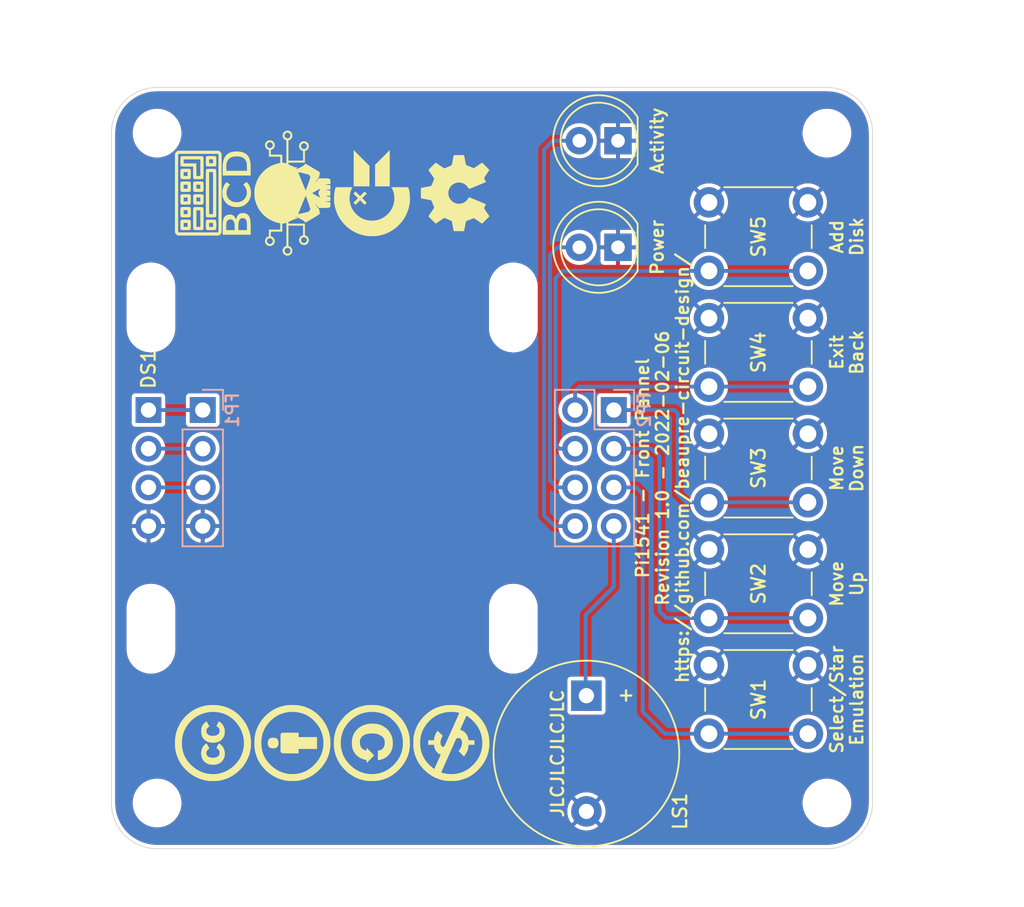
<source format=kicad_pcb>
(kicad_pcb (version 20211014) (generator pcbnew)
  (title_block (title "Pi1541 - Front Pannel") (date "2022-02-06") (rev "1.0"))
  (layers (0 "F.Cu" mixed) (31 "B.Cu" mixed) (34 "B.Paste" user) (35 "F.Paste" user) (36 "B.SilkS" user "B.Silkscreen") (37 "F.SilkS" user "F.Silkscreen") (38 "B.Mask" user) (39 "F.Mask" user) (44 "Edge.Cuts" user))
  (net 0 "")
  (net 1 "GND")
  (net 2 "+3V3")
  (net 3 "/33-SPEAKER")
  (net 4 "/7-SW4")
  (net 5 "/13-SW1")
  (net 6 "/15-SW2")
  (net 7 "/16-SW3")
  (net 8 "/27-DS-SDA")
  (net 9 "/28-DS-SCL")
  (net 10 "/29-SW5")
  (net 11 "/ACT_LED")
  (net 12 "/PWR_LED")
  (footprint "Display_I2C_OLED:128x64 I2C OLED Display" (layer "F.Cu") (at 141.5 80 90)
    (fp_text reference "DS1" (at 6.5 -12.065 90 unlocked) (layer "F.SilkS") (effects (font (size 0.889 0.889))))
    (fp_text value "128x64_I2C_OLED_Display" hide)
    (pad "" np_thru_hole oval (at -10.55 -11.9 90) (size 5.4 2.7) (drill oval 5.4 2.7) (layers F&B.Cu *.Mask))
    (pad "" np_thru_hole oval (at 10.55 11.9 90) (size 5.4 2.7) (drill oval 5.4 2.7) (layers F&B.Cu *.Mask))
    (pad "" np_thru_hole oval (at -10.55 11.9 90) (size 5.4 2.7) (drill oval 5.4 2.7) (layers F&B.Cu *.Mask))
    (pad "" np_thru_hole oval (at 10.55 -11.9 90) (size 5.4 2.7) (drill oval 5.4 2.7) (layers F&B.Cu *.Mask))
    (pad "1" thru_hole rect (at 3.81 -12.065) (size 1.7 1.7) (drill 1) (layers *.Cu *.Mask) (net 8 "/27-DS-SDA"))
    (pad "2" thru_hole oval (at 1.27 -12.065) (size 1.7 1.7) (drill 1) (layers *.Cu *.Mask) (net 9 "/28-DS-SCL"))
    (pad "3" thru_hole oval (at -1.27 -12.065) (size 1.7 1.7) (drill 1) (layers *.Cu *.Mask) (net 2 "+3V3"))
    (pad "4" thru_hole oval (at -3.81 -12.065) (size 1.7 1.7) (drill 1) (layers *.Cu *.Mask) (net 1 "GND"))
  )
  (footprint "Button_Switch_THT:SW_PUSH_6mm" (layer "F.Cu") (at 172.75 74.65 180)
    (fp_text reference "SW4" (at 3.25 2.25 90) (layer "F.SilkS") (effects (font (size 0.889 0.889))))
    (fp_text value "SW_Push")
    (pad "1" thru_hole circle (at 6.5 0 270) (size 2 2) (drill 1.1) (layers *.Cu *.Mask) (net 4 "/7-SW4"))
    (pad "1" thru_hole circle (at 0 0 270) (size 2 2) (drill 1.1) (layers *.Cu *.Mask) (net 4 "/7-SW4"))
    (pad "2" thru_hole circle (at 0 4.5 270) (size 2 2) (drill 1.1) (layers *.Cu *.Mask) (net 1 "GND"))
    (pad "2" thru_hole circle (at 6.5 4.5 270) (size 2 2) (drill 1.1) (layers *.Cu *.Mask) (net 1 "GND"))
  )
  (footprint "Buzzer_Beeper:Buzzer_12x9.5RM7.6" (layer "F.Cu") (at 158.2 94.95 -90)
    (fp_text reference "LS1" (at 7.6 -6.149064 -90) (layer "F.SilkS") (effects (font (size 0.889 0.889))))
    (fp_text value "YHE12-03" hide)
    (fp_text user "+" (at -0.01 -2.54 90) (layer "F.SilkS") (effects (font (size 0.889 0.889))))
    (pad "1" thru_hole rect (at 0 0 270) (size 2 2) (drill 1) (layers *.Cu *.Mask) (net 3 "/33-SPEAKER"))
    (pad "2" thru_hole circle (at 7.6 0 270) (size 2 2) (drill 1) (layers *.Cu *.Mask) (net 1 "GND"))
  )
  (footprint "MountingHole:MountingHole_2.7mm_M2.5" (layer "F.Cu") (at 174 102)
    (fp_text reference "MK4")
    (fp_text value "M2.5")
    (pad "" np_thru_hole circle (at 0 0) (size 2.7 2.7) (drill 2.7) (layers *.Cu *.Mask))
  )
  (footprint "Button_Switch_THT:SW_PUSH_6mm" (layer "F.Cu") (at 172.75 82.25 180)
    (fp_text reference "SW3" (at 3.25 2.25 90) (layer "F.SilkS") (effects (font (size 0.889 0.889))))
    (fp_text value "SW_Push")
    (pad "1" thru_hole circle (at 6.5 0 270) (size 2 2) (drill 1.1) (layers *.Cu *.Mask) (net 7 "/16-SW3"))
    (pad "1" thru_hole circle (at 0 0 270) (size 2 2) (drill 1.1) (layers *.Cu *.Mask) (net 7 "/16-SW3"))
    (pad "2" thru_hole circle (at 6.5 4.5 270) (size 2 2) (drill 1.1) (layers *.Cu *.Mask) (net 1 "GND"))
    (pad "2" thru_hole circle (at 0 4.5 270) (size 2 2) (drill 1.1) (layers *.Cu *.Mask) (net 1 "GND"))
  )
  (footprint "Creative_Common:CreativeCommons_NonCommercial_5mm" (layer "F.Cu") (at 149.327617 98.059744 90)
    (fp_text reference "G7" hide)
    (fp_text value "CreativeCommons_NonCommercial" hide)
  )
  (footprint "LED_THT:LED_D5.0mm" (layer "F.Cu") (at 160.275 65.5 180)
    (fp_text reference "D2" hide)
    (fp_text value "GREEN LED" hide)
    (pad "1" thru_hole rect (at 0 0 180) (size 1.8 1.8) (drill 0.9) (layers *.Cu *.Mask) (net 1 "GND"))
    (pad "2" thru_hole circle (at 2.54 0 180) (size 1.8 1.8) (drill 0.9) (layers *.Cu *.Mask) (net 12 "/PWR_LED"))
  )
  (footprint "MountingHole:MountingHole_2.7mm_M2.5" (layer "F.Cu") (at 130 102)
    (fp_text reference "MK3" hide)
    (fp_text value "M2.5" hide)
    (pad "" np_thru_hole circle (at 0 0) (size 2.7 2.7) (drill 2.7) (layers *.Cu *.Mask))
  )
  (footprint "BeaupreCircuitDesign:ChickenLips_5mm" (layer "F.Cu") (at 144.110134 61.94747 90)
    (fp_text reference "G2" hide)
    (fp_text value "ChickenLips" hide)
  )
  (footprint "BeaupreCircuitDesign:Open_Source_Hardware_5mm" (layer "F.Cu") (at 149.571519 61.941087 90)
    (fp_text reference "G3" hide)
    (fp_text value "OpenSource_Hardware" hide)
  )
  (footprint "Button_Switch_THT:SW_PUSH_6mm" (layer "F.Cu") (at 172.75 67.05 180)
    (fp_text reference "SW5" (at 3.25 2.25 90) (layer "F.SilkS") (effects (font (size 0.889 0.889))))
    (fp_text value "SW_Push")
    (pad "1" thru_hole circle (at 0 0 270) (size 2 2) (drill 1.1) (layers *.Cu *.Mask) (net 10 "/29-SW5"))
    (pad "1" thru_hole circle (at 6.5 0 270) (size 2 2) (drill 1.1) (layers *.Cu *.Mask) (net 10 "/29-SW5"))
    (pad "2" thru_hole circle (at 6.5 4.5 270) (size 2 2) (drill 1.1) (layers *.Cu *.Mask) (net 1 "GND"))
    (pad "2" thru_hole circle (at 0 4.5 270) (size 2 2) (drill 1.1) (layers *.Cu *.Mask) (net 1 "GND"))
  )
  (footprint "BeaupreCircuitDesign:BCD_Logo_5mm" (layer "F.Cu") (at 133.671525 61.940396 90)
    (fp_text reference "G1" hide)
    (fp_text value "BCD_Logo" hide)
  )
  (footprint "LED_THT:LED_D5.0mm" (layer "F.Cu") (at 160.275 58.5 180)
    (fp_text reference "D1" hide)
    (fp_text value "RED LED" hide)
    (pad "1" thru_hole rect (at 0 0 180) (size 1.8 1.8) (drill 0.9) (layers *.Cu *.Mask) (net 1 "GND"))
    (pad "2" thru_hole circle (at 2.54 0 180) (size 1.8 1.8) (drill 0.9) (layers *.Cu *.Mask) (net 11 "/ACT_LED"))
  )
  (footprint "Creative_Common:CreativeCommons_Attribution_5mm" (layer "F.Cu") (at 138.889305 98.058343 90)
    (fp_text reference "G6" hide)
    (fp_text value "CreativeCommons_Attribution" hide)
  )
  (footprint "Button_Switch_THT:SW_PUSH_6mm" (layer "F.Cu") (at 172.75 89.85 180)
    (fp_text reference "SW2" (at 3.25 2.25 90) (layer "F.SilkS") (effects (font (size 0.889 0.889))))
    (fp_text value "SW_Push")
    (pad "1" thru_hole circle (at 6.5 0 270) (size 2 2) (drill 1.1) (layers *.Cu *.Mask) (net 6 "/15-SW2"))
    (pad "1" thru_hole circle (at 0 0 270) (size 2 2) (drill 1.1) (layers *.Cu *.Mask) (net 6 "/15-SW2"))
    (pad "2" thru_hole circle (at 0 4.5 270) (size 2 2) (drill 1.1) (layers *.Cu *.Mask) (net 1 "GND"))
    (pad "2" thru_hole circle (at 6.5 4.5 270) (size 2 2) (drill 1.1) (layers *.Cu *.Mask) (net 1 "GND"))
  )
  (footprint "Creative_Common:CreativeCommons_ShareAlike_5mm" (layer "F.Cu") (at 144.111237 98.058445 90)
    (fp_text reference "G8" hide)
    (fp_text value "CreativeCommons_ShareAlike" hide)
  )
  (footprint "Creative_Common:CreativeCommons_5mm" (layer "F.Cu") (at 133.672897 98.061414 90)
    (fp_text reference "G5" hide)
    (fp_text value "CreativeCommons" hide)
  )
  (footprint "MountingHole:MountingHole_2.7mm_M2.5" (layer "F.Cu") (at 130 58 180)
    (fp_text reference "MK1")
    (fp_text value "M2.5")
    (pad "" np_thru_hole circle (at 0 0 180) (size 2.7 2.7) (drill 2.7) (layers *.Cu *.Mask))
  )
  (footprint "Button_Switch_THT:SW_PUSH_6mm" (layer "F.Cu") (at 172.75 97.45 180)
    (fp_text reference "SW1" (at 3.25 2.249999 90) (layer "F.SilkS") (effects (font (size 0.889 0.889))))
    (fp_text value "SW_Push")
    (pad "1" thru_hole circle (at 0 0 270) (size 2 2) (drill 1.1) (layers *.Cu *.Mask) (net 5 "/13-SW1"))
    (pad "1" thru_hole circle (at 6.5 0 270) (size 2 2) (drill 1.1) (layers *.Cu *.Mask) (net 5 "/13-SW1"))
    (pad "2" thru_hole circle (at 6.5 4.5 270) (size 2 2) (drill 1.1) (layers *.Cu *.Mask) (net 1 "GND"))
    (pad "2" thru_hole circle (at 0 4.5 270) (size 2 2) (drill 1.1) (layers *.Cu *.Mask) (net 1 "GND"))
  )
  (footprint "MountingHole:MountingHole_2.7mm_M2.5" (layer "F.Cu") (at 174 58 180)
    (fp_text reference "MK2" hide)
    (fp_text value "M2.5" hide)
    (pad "" np_thru_hole circle (at 0 0 180) (size 2.7 2.7) (drill 2.7) (layers *.Cu *.Mask))
  )
  (footprint "BeaupreCircuitDesign:Skull_5mm" (layer "F.Cu") (at 138.887401 61.941255 90)
    (fp_text reference "G4" hide)
    (fp_text value "Skull" hide)
  )
  (footprint "Connector_PinHeader_2.54mm:PinHeader_2x04_P2.54mm_Vertical" (layer "B.Cu") (at 160 76.19 180)
    (fp_text reference "FP2" (at -2 -0.000001 270) (layer "B.SilkS") (effects (font (size 0.8128 0.8128) (thickness 0.1524)) (justify mirror)))
    (fp_text value "Conn_02x04_Counter_Clockwise")
    (pad "1" thru_hole rect (at 0 0 180) (size 1.7 1.7) (drill 1) (layers *.Cu *.Mask) (net 7 "/16-SW3"))
    (pad "2" thru_hole oval (at 2.54 0 180) (size 1.7 1.7) (drill 1) (layers *.Cu *.Mask) (net 4 "/7-SW4"))
    (pad "3" thru_hole oval (at 0 -2.54 180) (size 1.7 1.7) (drill 1) (layers *.Cu *.Mask) (net 6 "/15-SW2"))
    (pad "4" thru_hole oval (at 2.54 -2.54 180) (size 1.7 1.7) (drill 1) (layers *.Cu *.Mask) (net 10 "/29-SW5"))
    (pad "5" thru_hole oval (at 0 -5.08 180) (size 1.7 1.7) (drill 1) (layers *.Cu *.Mask) (net 5 "/13-SW1"))
    (pad "6" thru_hole oval (at 2.54 -5.08 180) (size 1.7 1.7) (drill 1) (layers *.Cu *.Mask) (net 12 "/PWR_LED"))
    (pad "7" thru_hole oval (at 0 -7.62 180) (size 1.7 1.7) (drill 1) (layers *.Cu *.Mask) (net 3 "/33-SPEAKER"))
    (pad "8" thru_hole oval (at 2.54 -7.62 180) (size 1.7 1.7) (drill 1) (layers *.Cu *.Mask) (net 11 "/ACT_LED"))
  )
  (footprint "Connector_PinHeader_2.54mm:PinHeader_1x04_P2.54mm_Vertical" (layer "B.Cu") (at 133 76.19 180)
    (fp_text reference "FP1" (at -1.9494 0.000001 90) (layer "B.SilkS") (effects (font (size 0.8128 0.8128) (thickness 0.1524)) (justify mirror)))
    (fp_text value "Conn_01x04_Counter_Clockwise")
    (pad "1" thru_hole rect (at 0 0 180) (size 1.7 1.7) (drill 1) (layers *.Cu *.Mask) (net 8 "/27-DS-SDA"))
    (pad "2" thru_hole oval (at 0 -2.54 180) (size 1.7 1.7) (drill 1) (layers *.Cu *.Mask) (net 9 "/28-DS-SCL"))
    (pad "3" thru_hole oval (at 0 -5.08 180) (size 1.7 1.7) (drill 1) (layers *.Cu *.Mask) (net 2 "+3V3"))
    (pad "4" thru_hole oval (at 0 -7.62 180) (size 1.7 1.7) (drill 1) (layers *.Cu *.Mask) (net 1 "GND"))
  )
  (gr_line (start 177 102) (end 177 58) (layer "Edge.Cuts") (width 0.05))
  (gr_arc (start 130 105) (mid 127.87868 104.12132) (end 127 102) (layer "Edge.Cuts") (width 0.05))
  (gr_arc (start 127 58) (mid 127.87868 55.87868) (end 130 55) (layer "Edge.Cuts") (width 0.05))
  (gr_line (start 127 58) (end 127 102) (layer "Edge.Cuts") (width 0.05))
  (gr_line (start 174 55) (end 130 55) (layer "Edge.Cuts") (width 0.05))
  (gr_line (start 130 105) (end 174 105) (layer "Edge.Cuts") (width 0.05))
  (gr_arc (start 177 102) (mid 176.12132 104.12132) (end 174 105) (layer "Edge.Cuts") (width 0.05))
  (gr_arc (start 174 55) (mid 176.12132 55.87868) (end 177 58) (layer "Edge.Cuts") (width 0.05))
  (gr_text "${TITLE}\nRevision ${REVISION} - ${ISSUE_DATE}\nhttps://github.com/beaupre-circuit-design/" (at 163.2 80.000001 90) (layer "F.SilkS") (effects (font (size 0.8128 0.8128) (thickness 0.1524))))
  (gr_text "Move\nDown" (at 175.3 79.999999 90) (layer "F.SilkS") (effects (font (size 0.8128 0.8128) (thickness 0.1524))))
  (gr_text "Exit\nBack" (at 175.3 72.4 90) (layer "F.SilkS") (effects (font (size 0.8128 0.8128) (thickness 0.1524))))
  (gr_text "Power" (at 162.85 65.500001 90) (layer "F.SilkS") (effects (font (size 0.8128 0.8128) (thickness 0.1524))))
  (gr_text "Select/Star\nEmulation" (at 175.3 95.2 90) (layer "F.SilkS") (effects (font (size 0.8128 0.8128) (thickness 0.1524))))
  (gr_text "Move\nUp" (at 175.3 87.6 90) (layer "F.SilkS") (effects (font (size 0.8128 0.8128) (thickness 0.1524))))
  (gr_text "Add\nDisk" (at 175.3 64.799999 90) (layer "F.SilkS") (effects (font (size 0.8128 0.8128) (thickness 0.1524))))
  (gr_text "Activity" (at 162.85 58.500001 90) (layer "F.SilkS") (effects (font (size 0.8128 0.8128) (thickness 0.1524))))
  (gr_text "JLCJLCJLCJLC" (at 156.3 98.750001 90) (layer "F.SilkS") (effects (font (size 0.8128 0.8128) (thickness 0.1524))))
  (segment (start 129.435 83.81) (end 133 83.81) (width 0.254) (layer "B.Cu") (net 1))
  (segment (start 129.435 81.27) (end 133 81.27) (width 0.254) (layer "B.Cu") (net 2))
  (segment (start 158.150936 94.95) (end 158.150936 89.649064) (width 0.254) (layer "B.Cu") (net 3))
  (segment (start 160 87.8) (end 160 83.81) (width 0.254) (layer "B.Cu") (net 3))
  (segment (start 158.150936 89.649064) (end 160 87.8) (width 0.254) (layer "B.Cu") (net 3))
  (segment (start 157.46 76.19) (end 157.46 74.94) (width 0.254) (layer "B.Cu") (net 4))
  (segment (start 157.46 74.94) (end 157.75 74.65) (width 0.254) (layer "B.Cu") (net 4))
  (segment (start 166.25 74.65) (end 172.75 74.65) (width 0.254) (layer "B.Cu") (net 4))
  (segment (start 157.75 74.65) (end 166.25 74.65) (width 0.254) (layer "B.Cu") (net 4))
  (segment (start 161.47 81.27) (end 161.9 81.7) (width 0.254) (layer "B.Cu") (net 5))
  (segment (start 161.9 96) (end 163.35 97.45) (width 0.254) (layer "B.Cu") (net 5))
  (segment (start 163.35 97.45) (end 166.25 97.45) (width 0.254) (layer "B.Cu") (net 5))
  (segment (start 161.9 81.7) (end 161.9 96) (width 0.254) (layer "B.Cu") (net 5))
  (segment (start 160 81.27) (end 161.47 81.27) (width 0.254) (layer "B.Cu") (net 5))
  (segment (start 166.25 97.45) (end 172.75 97.45) (width 0.254) (layer "B.Cu") (net 5))
  (segment (start 163 89.4) (end 163 79.25) (width 0.254) (layer "B.Cu") (net 6))
  (segment (start 166.25 89.85) (end 172.75 89.85) (width 0.254) (layer "B.Cu") (net 6))
  (segment (start 163 79.25) (end 162.48 78.73) (width 0.254) (layer "B.Cu") (net 6))
  (segment (start 163.45 89.85) (end 163 89.4) (width 0.254) (layer "B.Cu") (net 6))
  (segment (start 162.48 78.73) (end 160 78.73) (width 0.254) (layer "B.Cu") (net 6))
  (segment (start 166.25 89.85) (end 163.45 89.85) (width 0.254) (layer "B.Cu") (net 6))
  (segment (start 166.25 82.25) (end 172.75 82.25) (width 0.254) (layer "B.Cu") (net 7))
  (segment (start 163.99 76.19) (end 164.2 76.4) (width 0.254) (layer "B.Cu") (net 7))
  (segment (start 164.2 81.7) (end 164.75 82.25) (width 0.254) (layer "B.Cu") (net 7))
  (segment (start 164.2 76.4) (end 164.2 81.7) (width 0.254) (layer "B.Cu") (net 7))
  (segment (start 164.75 82.25) (end 166.25 82.25) (width 0.254) (layer "B.Cu") (net 7))
  (segment (start 160 76.19) (end 163.99 76.19) (width 0.254) (layer "B.Cu") (net 7))
  (segment (start 129.435 76.19) (end 133 76.19) (width 0.254) (layer "B.Cu") (net 8))
  (segment (start 129.435 78.73) (end 133 78.73) (width 0.254) (layer "B.Cu") (net 9))
  (segment (start 157.46 78.73) (end 156.43 78.73) (width 0.254) (layer "B.Cu") (net 10))
  (segment (start 156.18052 78.48052) (end 156.18052 67.51948) (width 0.254) (layer "B.Cu") (net 10))
  (segment (start 156.18052 67.51948) (end 156.65 67.05) (width 0.254) (layer "B.Cu") (net 10))
  (segment (start 156.43 78.73) (end 156.18052 78.48052) (width 0.254) (layer "B.Cu") (net 10))
  (segment (start 156.65 67.05) (end 166.25 67.05) (width 0.254) (layer "B.Cu") (net 10))
  (segment (start 166.25 67.05) (end 172.75 67.05) (width 0.254) (layer "B.Cu") (net 10))
  (segment (start 156 58.5) (end 157.735 58.5) (width 0.254) (layer "B.Cu") (net 11))
  (segment (start 155.41948 59.08052) (end 156 58.5) (width 0.254) (layer "B.Cu") (net 11))
  (segment (start 156.11 83.81) (end 155.41948 83.11948) (width 0.254) (layer "B.Cu") (net 11))
  (segment (start 155.41948 83.11948) (end 155.41948 59.08052) (width 0.254) (layer "B.Cu") (net 11))
  (segment (start 157.46 83.81) (end 156.11 83.81) (width 0.254) (layer "B.Cu") (net 11))
  (segment (start 156.3 65.5) (end 157.735 65.5) (width 0.254) (layer "B.Cu") (net 12))
  (segment (start 156.27 81.27) (end 155.8 80.8) (width 0.254) (layer "B.Cu") (net 12))
  (segment (start 157.46 81.27) (end 156.27 81.27) (width 0.254) (layer "B.Cu") (net 12))
  (segment (start 155.8 66) (end 156.3 65.5) (width 0.254) (layer "B.Cu") (net 12))
  (segment (start 155.8 80.8) (end 155.8 66) (width 0.254) (layer "B.Cu") (net 12))
  (zone (net 1) (net_name "GND") (layer "F.Cu") (connect_pads (clearance 0.254)) (min_thickness 0.127) (fill yes (thermal_gap 0.254) (thermal_bridge_width 0.254))
    (polygon (pts (xy 177 105) (xy 127 105) (xy 127 55) (xy 177 55)))
  )
  (zone (net 1) (net_name "GND") (layer "B.Cu") (connect_pads (clearance 0.254)) (min_thickness 0.127) (fill yes (thermal_gap 0.254) (thermal_bridge_width 0.254))
    (polygon (pts (xy 177 105) (xy 127 105) (xy 127 55) (xy 177 55)))
  )
)
</source>
